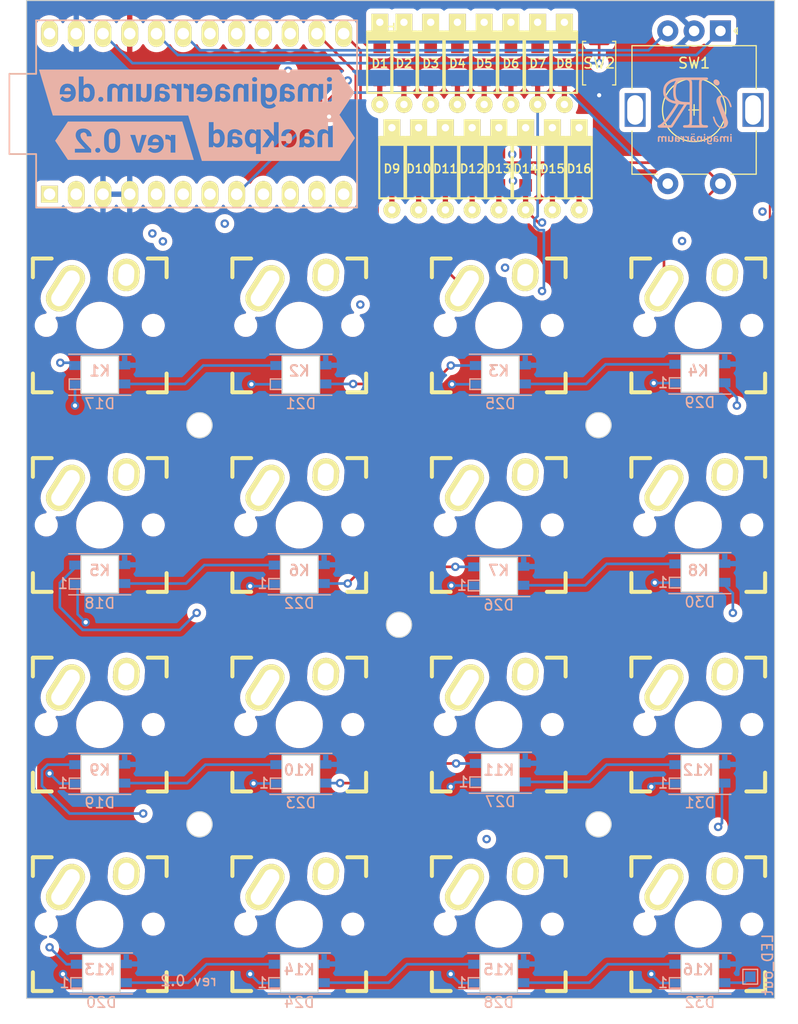
<source format=kicad_pcb>
(kicad_pcb (version 20221018) (generator pcbnew)

  (general
    (thickness 4.69)
  )

  (paper "A4")
  (layers
    (0 "F.Cu" signal)
    (1 "In1.Cu" signal)
    (2 "In2.Cu" signal)
    (31 "B.Cu" signal)
    (32 "B.Adhes" user "B.Adhesive")
    (33 "F.Adhes" user "F.Adhesive")
    (34 "B.Paste" user)
    (35 "F.Paste" user)
    (36 "B.SilkS" user "B.Silkscreen")
    (37 "F.SilkS" user "F.Silkscreen")
    (38 "B.Mask" user)
    (39 "F.Mask" user)
    (40 "Dwgs.User" user "User.Drawings")
    (41 "Cmts.User" user "User.Comments")
    (42 "Eco1.User" user "User.Eco1")
    (43 "Eco2.User" user "User.Eco2")
    (44 "Edge.Cuts" user)
    (45 "Margin" user)
    (46 "B.CrtYd" user "B.Courtyard")
    (47 "F.CrtYd" user "F.Courtyard")
    (48 "B.Fab" user)
    (49 "F.Fab" user)
    (50 "User.1" user)
    (51 "User.2" user)
    (52 "User.3" user)
    (53 "User.4" user)
    (54 "User.5" user)
    (55 "User.6" user)
    (56 "User.7" user)
    (57 "User.8" user)
    (58 "User.9" user)
  )

  (setup
    (stackup
      (layer "F.SilkS" (type "Top Silk Screen"))
      (layer "F.Paste" (type "Top Solder Paste"))
      (layer "F.Mask" (type "Top Solder Mask") (thickness 0.01))
      (layer "F.Cu" (type "copper") (thickness 0.035))
      (layer "dielectric 1" (type "core") (thickness 1.51) (material "FR4") (epsilon_r 4.5) (loss_tangent 0.02))
      (layer "In1.Cu" (type "copper") (thickness 0.035))
      (layer "dielectric 2" (type "prepreg") (thickness 1.51) (material "FR4") (epsilon_r 4.5) (loss_tangent 0.02))
      (layer "In2.Cu" (type "copper") (thickness 0.035))
      (layer "dielectric 3" (type "core") (thickness 1.51) (material "FR4") (epsilon_r 4.5) (loss_tangent 0.02))
      (layer "B.Cu" (type "copper") (thickness 0.035))
      (layer "B.Mask" (type "Bottom Solder Mask") (thickness 0.01))
      (layer "B.Paste" (type "Bottom Solder Paste"))
      (layer "B.SilkS" (type "Bottom Silk Screen"))
      (copper_finish "None")
      (dielectric_constraints no)
    )
    (pad_to_mask_clearance 0)
    (pcbplotparams
      (layerselection 0x00010fc_ffffffff)
      (plot_on_all_layers_selection 0x0000000_00000000)
      (disableapertmacros false)
      (usegerberextensions true)
      (usegerberattributes true)
      (usegerberadvancedattributes true)
      (creategerberjobfile true)
      (dashed_line_dash_ratio 12.000000)
      (dashed_line_gap_ratio 3.000000)
      (svgprecision 6)
      (plotframeref false)
      (viasonmask false)
      (mode 1)
      (useauxorigin false)
      (hpglpennumber 1)
      (hpglpenspeed 20)
      (hpglpendiameter 15.000000)
      (dxfpolygonmode true)
      (dxfimperialunits true)
      (dxfusepcbnewfont true)
      (psnegative false)
      (psa4output false)
      (plotreference true)
      (plotvalue true)
      (plotinvisibletext false)
      (sketchpadsonfab false)
      (subtractmaskfromsilk true)
      (outputformat 1)
      (mirror false)
      (drillshape 0)
      (scaleselection 1)
      (outputdirectory "gerbers/")
    )
  )

  (net 0 "")
  (net 1 "row0")
  (net 2 "Net-(D1-A)")
  (net 3 "Net-(D2-A)")
  (net 4 "Net-(D3-A)")
  (net 5 "Net-(D4-A)")
  (net 6 "row1")
  (net 7 "Net-(D5-A)")
  (net 8 "Net-(D6-A)")
  (net 9 "Net-(D7-A)")
  (net 10 "Net-(D8-A)")
  (net 11 "row2")
  (net 12 "Net-(D9-A)")
  (net 13 "Net-(D10-A)")
  (net 14 "Net-(D11-A)")
  (net 15 "Net-(D12-A)")
  (net 16 "row3")
  (net 17 "Net-(D13-A)")
  (net 18 "Net-(D14-A)")
  (net 19 "Net-(D15-A)")
  (net 20 "Net-(D16-A)")
  (net 21 "col0")
  (net 22 "col1")
  (net 23 "col2")
  (net 24 "col3")
  (net 25 "Net-(D17-DOUT)")
  (net 26 "Net-(D18-DOUT)")
  (net 27 "Net-(D18-DIN)")
  (net 28 "Net-(D19-DOUT)")
  (net 29 "/led_out")
  (net 30 "Net-(D19-DIN)")
  (net 31 "Rot A")
  (net 32 "Rot B")
  (net 33 "Rot C")
  (net 34 "Net-(D20-DOUT)")
  (net 35 "GND")
  (net 36 "/LED")
  (net 37 "Net-(D20-DIN)")
  (net 38 "Net-(D21-DOUT)")
  (net 39 "Net-(D22-DOUT)")
  (net 40 "Net-(D23-DOUT)")
  (net 41 "Net-(D24-DOUT)")
  (net 42 "Net-(D25-DOUT)")
  (net 43 "Net-(D26-DOUT)")
  (net 44 "Net-(D27-DOUT)")
  (net 45 "Net-(D28-DOUT)")
  (net 46 "Net-(U1-RST)")
  (net 47 "unconnected-(U1-TX-Pad1)")
  (net 48 "unconnected-(U1-RX-Pad2)")
  (net 49 "unconnected-(U1-SDA-Pad5)")
  (net 50 "unconnected-(U1-SCL-Pad6)")
  (net 51 "unconnected-(U1-RAW-Pad24)")
  (net 52 "VCC")
  (net 53 "row -1")
  (net 54 "unconnected-(U1-F7-Pad17)")

  (footprint "keebs:Mx_Alps_100" (layer "F.Cu") (at 108.80185 97.16345))

  (footprint "keebs:Mx_Alps_100" (layer "F.Cu") (at 146.69865 97.16345))

  (footprint "keyboard_parts:D_SOD123_axial" (layer "F.Cu") (at 118.745 72.2868 -90))

  (footprint "keebs:Mx_Alps_100" (layer "F.Cu") (at 146.69865 116.11185))

  (footprint "keebs:Mx_Alps_100" (layer "F.Cu") (at 89.85345 97.16345))

  (footprint "keebs:Mx_Alps_100" (layer "F.Cu") (at 89.85345 116.11185))

  (footprint "Button_Switch_SMD:SW_Push_SPST_NO_Alps_SKRK" (layer "F.Cu") (at 137.287 72.263 90))

  (footprint "keyboard_parts:D_SOD123_axial" (layer "F.Cu") (at 117.602 82.296 -90))

  (footprint "keebs:Mx_Alps_100" (layer "F.Cu") (at 127.75025 97.16345))

  (footprint "keyboard_parts:D_SOD123_axial" (layer "F.Cu") (at 122.682 82.296 -90))

  (footprint "keebs:Mx_Alps_100" (layer "F.Cu") (at 127.75025 116.11185))

  (footprint "keebs:Mx_Alps_100" (layer "F.Cu") (at 89.85345 135.06025))

  (footprint "keyboard_parts:D_SOD123_axial" (layer "F.Cu") (at 123.825 72.2868 -90))

  (footprint "keyboard_parts:D_SOD123_axial" (layer "F.Cu") (at 130.302 82.296 -90))

  (footprint "keebs:Mx_Alps_100" (layer "F.Cu") (at 89.85345 154.00865))

  (footprint "keyboard_parts:D_SOD123_axial" (layer "F.Cu") (at 127.762 82.296 -90))

  (footprint "keebs:Mx_Alps_100" (layer "F.Cu") (at 108.80185 154.00865))

  (footprint "keyboard_parts:D_SOD123_axial" (layer "F.Cu") (at 132.842 82.296 -90))

  (footprint "keyboard_parts:D_SOD123_axial" (layer "F.Cu") (at 131.445 72.2868 -90))

  (footprint "keyboard_parts:D_SOD123_axial" (layer "F.Cu") (at 133.985 72.2868 -90))

  (footprint "keyboard_parts:D_SOD123_axial" (layer "F.Cu") (at 121.285 72.2868 -90))

  (footprint "keyboard_parts:D_SOD123_axial" (layer "F.Cu") (at 135.382 82.296 -90))

  (footprint "keebs:Mx_Alps_100" (layer "F.Cu") (at 108.80185 116.11185))

  (footprint "keebs:Mx_Alps_100" (layer "F.Cu") (at 127.75025 154.00865))

  (footprint "keyboard_parts:D_SOD123_axial" (layer "F.Cu") (at 126.365 72.2868 -90))

  (footprint "keebs:Mx_Alps_100" (layer "F.Cu") (at 146.69865 154.00865))

  (footprint "keyboard_parts:D_SOD123_axial" (layer "F.Cu") (at 125.222 82.296 -90))

  (footprint "keebs:Mx_Alps_100" (layer "F.Cu") (at 127.75025 135.06025))

  (footprint "keyboard_parts:D_SOD123_axial" (layer "F.Cu") (at 128.905 72.2868 -90))

  (footprint "Keebio-Parts:RotaryEncoder_Alps_EC11E-Switch_Vertical_H20mm" (layer "F.Cu") (at 146.304 76.708 -90))

  (footprint "keyboard_parts:D_SOD123_axial" (layer "F.Cu") (at 116.451 72.2868 -90))

  (footprint "keyboard_parts:D_SOD123_axial" (layer "F.Cu") (at 120.142 82.296 -90))

  (footprint "keebs:Mx_Alps_100" (layer "F.Cu") (at 108.80185 135.06025))

  (footprint "keebs:Mx_Alps_100" (layer "F.Cu") (at 146.69865 135.06025))

  (footprint "promicro:ProMicro" (layer "F.Cu") (at 99.051 77.0868))

  (footprint "keyboard_parts:LED_SK6812MINI_PLCC4_3.5x3.5mm_P1.75mm-flipped" (layer "B.Cu") (at 146.8501 158.69285))

  (footprint "keyboard_parts:LED_SK6812MINI_PLCC4_3.5x3.5mm_P1.75mm-flipped" (layer "B.Cu") (at 108.80185 120.79605))

  (footprint "keyboard_parts:LED_SK6812MINI_PLCC4_3.5x3.5mm_P1.75mm-flipped" (layer "B.Cu") (at 127.75025 120.96185))

  (footprint "keyboard_parts:LED_SK6812MINI_PLCC4_3.5x3.5mm_P1.75mm-flipped" (layer "B.Cu") (at 108.9533 101.84765))

  (footprint "kibuzzard-63FA621A" (layer "B.Cu")
    (tstamp 80f054ce-3126-4577-a6a9-6f3eb7be9319)
    (at 106.172 79.375 180)
    (descr "Generated with KiBuzzard")
    (tags "kb_params=eyJBbGlnbm1lbnRDaG9pY2UiOiAiQ2VudGVyIiwgIkNhcExlZnRDaG9pY2UiOiAiPCIsICJDYXBSaWdodENob2ljZSI6ICIvIiwgIkZvbnRDb21ib0JveCI6ICJSb2JvdG8tQm9sZCIsICJIZWlnaHRDdHJsIjogIjIiLCAiTGF5ZXJDb21ib0JveCI6ICJGLlNpbGtTIiwgIk11bHRpTGluZVRleHQiOiAiaGFja3BhZCIsICJQYWRkaW5nQm90dG9tQ3RybCI6ICI1IiwgIlBhZGRpbmdMZWZ0Q3RybCI6ICI1IiwgIlBhZGRpbmdSaWdodEN0cmwiOiAiNSIsICJQYWRkaW5nVG9wQ3RybCI6ICI1IiwgIldpZHRoQ3RybCI6ICIifQ==")
    (attr board_only exclude_from_pos_files exclude_from_bom)
    (fp_text reference "kibuzzard-63FA621A" (at 0 5.222544) (layer "B.SilkS") hide
        (effects (font (size 0 0) (thickness 0.15)) (justify mirror))
      (tstamp 11f66e07-ed1b-4418-b51b-ec4ac46fdae4)
    )
    (fp_text value "G***" (at 0 -5.222544) (layer "B.SilkS") hide
        (effects (font (size 0 0) (thickness 0.15)) (justify mirror))
      (tstamp d16d68bc-0ac0-4b69-9b03-0e1c784f8f0f)
    )
    (fp_poly
      (pts
        (xy -3.424976 -0.556555)
        (xy -3.242042 -0.512372)
        (xy -3.118018 -0.393774)
        (xy -3.118018 -0.10542)
        (xy -3.28545 -0.10542)
        (xy -3.474758 -0.131258)
        (xy -3.59413 -0.208773)
        (xy -3.643567 -0.337964)
        (xy -3.645118 -0.364319)
        (xy -3.586207 -0.502295)
        (xy -3.424976 -0.556555)
      )

      (stroke (width 0) (type solid)) (fill solid) (layer "B.SilkS") (tstamp 0c8cc415-9f35-4424-9d46-1af61a3f16ad))
    (fp_poly
      (pts
        (xy 3.416467 -0.556555)
        (xy 3.599401 -0.512372)
        (xy 3.723425 -0.393774)
        (xy 3.723425 -0.10542)
        (xy 3.555993 -0.10542)
        (xy 3.366685 -0.131258)
        (xy 3.247313 -0.208773)
        (xy 3.197875 -0.337964)
        (xy 3.196325 -0.364319)
        (xy 3.255236 -0.502295)
        (xy 3.416467 -0.556555)
      )

      (stroke (width 0) (type solid)) (fill solid) (layer "B.SilkS") (tstamp c8a1ed36-d62f-4dc0-8c99-526bc3fb897c))
    (fp_poly
      (pts
        (xy 2.089416 -0.012402)
        (xy 2.068681 0.194949)
        (xy 2.006475 0.348816)
        (xy 1.904737 0.444159)
        (xy 1.765405 0.47594)
        (xy 1.587509 0.435632)
        (xy 1.4755 0.314709)
        (xy 1.4755 -0.37207)
        (xy 1.589834 -0.496481)
        (xy 1.768505 -0.537952)
        (xy 1.908904 -0.505105)
        (xy 2.009188 -0.406564)
        (xy 2.069359 -0.24233)
        (xy 2.089416 -0.012402)
      )

      (stroke (width 0) (type solid)) (fill solid) (layer "B.SilkS") (tstamp c0e251d1-b861-4854-9c5b-33377d3b0b5d))
    (fp_poly
      (pts
        (xy 4.895446 -0.049609)
        (xy 4.915988 -0.257736)
        (xy 4.977612 -0.410828)
        (xy 5.078381 -0.505008)
        (xy 5.216357 -0.536401)
        (xy 5.393478 -0.492606)
        (xy 5.509362 -0.361218)
        (xy 5.509362 0.300757)
        (xy 5.395028 0.432144)
        (xy 5.219457 0.47594)
        (xy 5.077703 0.443093)
        (xy 4.976449 0.344553)
        (xy 4.915697 0.180318)
        (xy 4.895446 -0.049609)
      )

      (stroke (width 0) (type solid)) (fill solid) (layer "B.SilkS") (tstamp 7b8ae4f9-b0fb-4564-9d0a-4c958b4f5181))
    (fp_poly
      (pts
        (xy -5.813978 2.174544)
        (xy -6.475436 2.174544)
        (xy -7.925132 0)
        (xy -6.475436 -2.174544)
        (xy -5.813978 -2.174544)
        (xy -4.364454 -2.174544)
        (xy -4.364454 -0.868164)
        (xy -4.812488 -0.868164)
        (xy -4.812488 0.193787)
        (xy -4.8745 0.406952)
        (xy -5.080689 0.47594)
        (xy -5.250446 0.437958)
        (xy -5.365943 0.324011)
        (xy -5.365943 -0.868164)
        (xy -5.813978 -0.868164)
        (xy -5.813978 1.513086)
        (xy -5.365943 1.513086)
        (xy -5.365943 0.626318)
        (xy -5.236924 0.745174)
        (xy -5.087579 0.816488)
        (xy -4.917908 0.840259)
        (xy -4.721145 0.814896)
        (xy -4.567418 0.738808)
        (xy -4.456727 0.611994)
        (xy -4.389072 0.434454)
        (xy -4.364454 0.206189)
        (xy -4.364454 -0.868164)
        (xy -4.364454 -2.174544)
        (xy -3.522645 -2.174544)
        (xy -3.522645 -0.89917)
        (xy -3.748018 -0.863513)
        (xy -3.931147 -0.756543)
        (xy -4.052651 -0.595313)
        (xy -4.093152 -0.396875)
        (xy -4.043737 -0.16123)
        (xy -3.89549 0.012402)
        (xy -3.744164 0.091812)
        (xy -3.553737 0.139871)
        (xy -3.324207 0.15658)
        (xy -3.118018 0.15658)
        (xy -3.118018 0.252698)
        (xy -3.177704 0.438733)
        (xy -3.366065 0.508496)
        (xy -3.543574 0.454236)
        (xy -3.607911 0.305408)
        (xy -4.055945 0.305408)
        (xy -4.033466 0.445709)
        (xy -3.966028 0.575159)
        (xy -3.857508 0.685811)
        (xy -3.71178 0.76972)
        (xy -3.537372 0.822624)
        (xy -3.342811 0.840259)
        (xy -3.150316 0.822947)
        (xy -2.986243 0.771012)
        (xy -2.850593 0.684454)
        (xy -2.713973 0.497063)
        (xy -2.668433 0.246497)
        (xy -2.668433 -0.480591)
        (xy -2.650992 -0.690268)
        (xy -2.601771 -0.841809)
        (xy -2.601771 -0.868164)
        (xy -3.054456 -0.868164)
        (xy -3.099415 -0.717786)
        (xy -3.286612 -0.853824)
        (xy -3.522645 -0.89917)
     
... [1125767 chars truncated]
</source>
